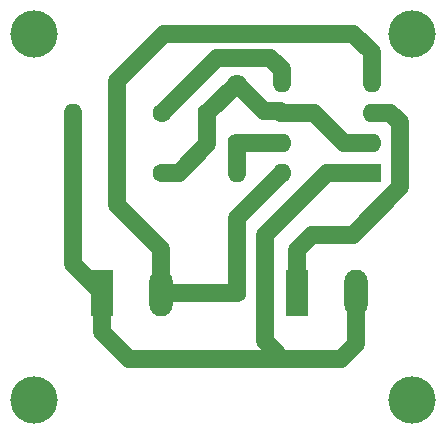
<source format=gbr>
G04 #@! TF.GenerationSoftware,KiCad,Pcbnew,(5.1.10)-1*
G04 #@! TF.CreationDate,2021-06-16T21:30:33+02:00*
G04 #@! TF.ProjectId,inyector-audio,696e7965-6374-46f7-922d-617564696f2e,2.0*
G04 #@! TF.SameCoordinates,Original*
G04 #@! TF.FileFunction,Copper,L2,Bot*
G04 #@! TF.FilePolarity,Positive*
%FSLAX46Y46*%
G04 Gerber Fmt 4.6, Leading zero omitted, Abs format (unit mm)*
G04 Created by KiCad (PCBNEW (5.1.10)-1) date 2021-06-16 21:30:33*
%MOMM*%
%LPD*%
G01*
G04 APERTURE LIST*
G04 #@! TA.AperFunction,ComponentPad*
%ADD10R,1.600000X1.600000*%
G04 #@! TD*
G04 #@! TA.AperFunction,ComponentPad*
%ADD11O,1.600000X1.600000*%
G04 #@! TD*
G04 #@! TA.AperFunction,ComponentPad*
%ADD12C,1.600000*%
G04 #@! TD*
G04 #@! TA.AperFunction,ComponentPad*
%ADD13O,1.980000X3.960000*%
G04 #@! TD*
G04 #@! TA.AperFunction,ComponentPad*
%ADD14R,1.980000X3.960000*%
G04 #@! TD*
G04 #@! TA.AperFunction,ComponentPad*
%ADD15C,1.620000*%
G04 #@! TD*
G04 #@! TA.AperFunction,ComponentPad*
%ADD16C,4.000000*%
G04 #@! TD*
G04 #@! TA.AperFunction,Conductor*
%ADD17C,1.500000*%
G04 #@! TD*
G04 APERTURE END LIST*
D10*
X112570000Y-78740000D03*
D11*
X104950000Y-71120000D03*
X112570000Y-76200000D03*
X104950000Y-73660000D03*
X112570000Y-73660000D03*
X104950000Y-76200000D03*
X112570000Y-71120000D03*
X104950000Y-78740000D03*
D12*
X94790000Y-78740000D03*
D11*
X87290000Y-78740000D03*
X87290000Y-73660000D03*
D12*
X94790000Y-73660000D03*
D13*
X94710000Y-88900000D03*
D14*
X89710000Y-88900000D03*
X106220000Y-88900000D03*
D13*
X111220000Y-88900000D03*
D12*
X101140000Y-88900000D03*
D11*
X101140000Y-78740000D03*
D15*
X101140000Y-71200000D03*
X98640000Y-73700000D03*
X101140000Y-76200000D03*
D16*
X84000000Y-67000000D03*
X116000000Y-98000000D03*
X116000000Y-67000000D03*
X84000000Y-98000000D03*
D17*
X94790000Y-78740000D02*
X96260000Y-78740000D01*
X98640000Y-76360000D02*
X98640000Y-73700000D01*
X96260000Y-78740000D02*
X98640000Y-76360000D01*
X98640000Y-73700000D02*
X101140000Y-71200000D01*
X101140000Y-71200000D02*
X103440000Y-73500000D01*
X104790000Y-73500000D02*
X104950000Y-73660000D01*
X103440000Y-73500000D02*
X104790000Y-73500000D01*
X104950000Y-73660000D02*
X107660000Y-73660000D01*
X110200000Y-76200000D02*
X112570000Y-76200000D01*
X107660000Y-73660000D02*
X110200000Y-76200000D01*
X87290000Y-73660000D02*
X87290000Y-78740000D01*
X87290000Y-86480000D02*
X89710000Y-88900000D01*
X87290000Y-78740000D02*
X87290000Y-86480000D01*
X89710000Y-88900000D02*
X89710000Y-92210000D01*
X89710000Y-92210000D02*
X92000000Y-94500000D01*
X111220000Y-93280000D02*
X111220000Y-88900000D01*
X110000000Y-94500000D02*
X111220000Y-93280000D01*
X112570000Y-78740000D02*
X108760000Y-78740000D01*
X108760000Y-78740000D02*
X103500000Y-84000000D01*
X103500000Y-93000000D02*
X105000000Y-94500000D01*
X103500000Y-84000000D02*
X103500000Y-93000000D01*
X105000000Y-94500000D02*
X110000000Y-94500000D01*
X92000000Y-94500000D02*
X105000000Y-94500000D01*
X104950000Y-69950000D02*
X104950000Y-71120000D01*
X104000000Y-69000000D02*
X104950000Y-69950000D01*
X99450000Y-69000000D02*
X104000000Y-69000000D01*
X94790000Y-73660000D02*
X99450000Y-69000000D01*
X94710000Y-88900000D02*
X101140000Y-88900000D01*
X101140000Y-82550000D02*
X104950000Y-78740000D01*
X101140000Y-88900000D02*
X101140000Y-82550000D01*
X94710000Y-88900000D02*
X94710000Y-85210000D01*
X94710000Y-85210000D02*
X91000000Y-81500000D01*
X91000000Y-81500000D02*
X91000000Y-71000000D01*
X91000000Y-71000000D02*
X95000000Y-67000000D01*
X95000000Y-67000000D02*
X111000000Y-67000000D01*
X112570000Y-68570000D02*
X112570000Y-71120000D01*
X111000000Y-67000000D02*
X112570000Y-68570000D01*
X112570000Y-73660000D02*
X114160000Y-73660000D01*
X114160000Y-73660000D02*
X115000000Y-74500000D01*
X115000000Y-74500000D02*
X115000000Y-80000000D01*
X115000000Y-80000000D02*
X111000000Y-84000000D01*
X111000000Y-84000000D02*
X107500000Y-84000000D01*
X106220000Y-85280000D02*
X106220000Y-88900000D01*
X107500000Y-84000000D02*
X106220000Y-85280000D01*
X101140000Y-76200000D02*
X104950000Y-76200000D01*
X101140000Y-76200000D02*
X101140000Y-78740000D01*
M02*

</source>
